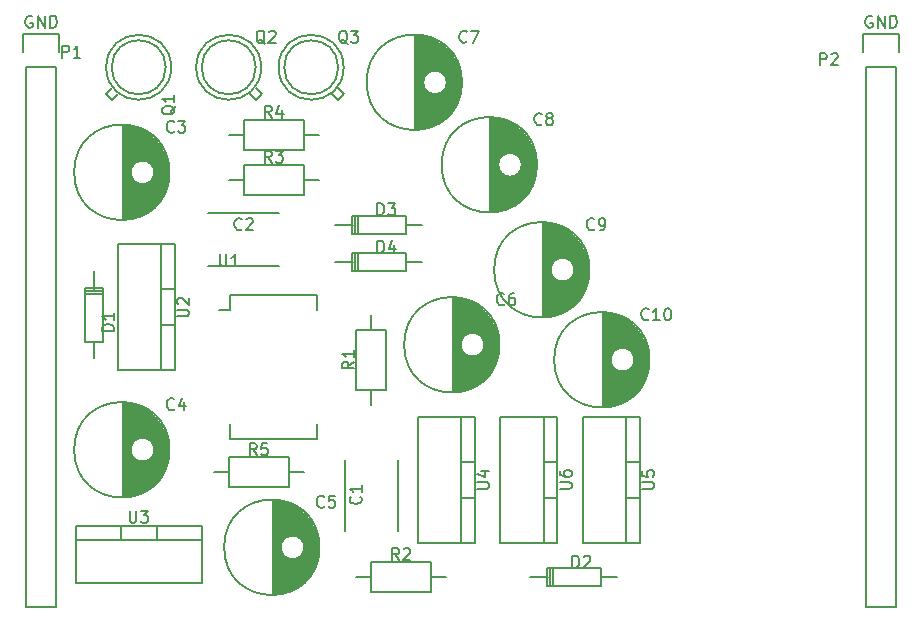
<source format=gbr>
G04 #@! TF.FileFunction,Legend,Top*
%FSLAX46Y46*%
G04 Gerber Fmt 4.6, Leading zero omitted, Abs format (unit mm)*
G04 Created by KiCad (PCBNEW 4.0.3+e1-6302~38~ubuntu16.04.1-stable) date Thu Aug 25 17:21:45 2016*
%MOMM*%
%LPD*%
G01*
G04 APERTURE LIST*
%ADD10C,0.100000*%
%ADD11C,0.150000*%
G04 APERTURE END LIST*
D10*
D11*
X58710000Y-84955000D02*
X58710000Y-78955000D01*
X63210000Y-78955000D02*
X63210000Y-84955000D01*
X47125000Y-58075000D02*
X53125000Y-58075000D01*
X53125000Y-62575000D02*
X47125000Y-62575000D01*
X39925000Y-50611000D02*
X39925000Y-58609000D01*
X40065000Y-50616000D02*
X40065000Y-58604000D01*
X40205000Y-50626000D02*
X40205000Y-58594000D01*
X40345000Y-50641000D02*
X40345000Y-58579000D01*
X40485000Y-50661000D02*
X40485000Y-58559000D01*
X40625000Y-50686000D02*
X40625000Y-54388000D01*
X40625000Y-54832000D02*
X40625000Y-58534000D01*
X40765000Y-50716000D02*
X40765000Y-54060000D01*
X40765000Y-55160000D02*
X40765000Y-58504000D01*
X40905000Y-50752000D02*
X40905000Y-53891000D01*
X40905000Y-55329000D02*
X40905000Y-58468000D01*
X41045000Y-50793000D02*
X41045000Y-53778000D01*
X41045000Y-55442000D02*
X41045000Y-58427000D01*
X41185000Y-50839000D02*
X41185000Y-53700000D01*
X41185000Y-55520000D02*
X41185000Y-58381000D01*
X41325000Y-50892000D02*
X41325000Y-53649000D01*
X41325000Y-55571000D02*
X41325000Y-58328000D01*
X41465000Y-50951000D02*
X41465000Y-53619000D01*
X41465000Y-55601000D02*
X41465000Y-58269000D01*
X41605000Y-51016000D02*
X41605000Y-53610000D01*
X41605000Y-55610000D02*
X41605000Y-58204000D01*
X41745000Y-51087000D02*
X41745000Y-53621000D01*
X41745000Y-55599000D02*
X41745000Y-58133000D01*
X41885000Y-51166000D02*
X41885000Y-53651000D01*
X41885000Y-55569000D02*
X41885000Y-58054000D01*
X42025000Y-51253000D02*
X42025000Y-53705000D01*
X42025000Y-55515000D02*
X42025000Y-57967000D01*
X42165000Y-51348000D02*
X42165000Y-53785000D01*
X42165000Y-55435000D02*
X42165000Y-57872000D01*
X42305000Y-51452000D02*
X42305000Y-53901000D01*
X42305000Y-55319000D02*
X42305000Y-57768000D01*
X42445000Y-51566000D02*
X42445000Y-54075000D01*
X42445000Y-55145000D02*
X42445000Y-57654000D01*
X42585000Y-51691000D02*
X42585000Y-54437000D01*
X42585000Y-54783000D02*
X42585000Y-57529000D01*
X42725000Y-51829000D02*
X42725000Y-57391000D01*
X42865000Y-51981000D02*
X42865000Y-57239000D01*
X43005000Y-52151000D02*
X43005000Y-57069000D01*
X43145000Y-52342000D02*
X43145000Y-56878000D01*
X43285000Y-52560000D02*
X43285000Y-56660000D01*
X43425000Y-52816000D02*
X43425000Y-56404000D01*
X43565000Y-53127000D02*
X43565000Y-56093000D01*
X43705000Y-53543000D02*
X43705000Y-55677000D01*
X43845000Y-54410000D02*
X43845000Y-54810000D01*
X42600000Y-54610000D02*
G75*
G03X42600000Y-54610000I-1000000J0D01*
G01*
X43887500Y-54610000D02*
G75*
G03X43887500Y-54610000I-4037500J0D01*
G01*
X39925000Y-74106000D02*
X39925000Y-82104000D01*
X40065000Y-74111000D02*
X40065000Y-82099000D01*
X40205000Y-74121000D02*
X40205000Y-82089000D01*
X40345000Y-74136000D02*
X40345000Y-82074000D01*
X40485000Y-74156000D02*
X40485000Y-82054000D01*
X40625000Y-74181000D02*
X40625000Y-77883000D01*
X40625000Y-78327000D02*
X40625000Y-82029000D01*
X40765000Y-74211000D02*
X40765000Y-77555000D01*
X40765000Y-78655000D02*
X40765000Y-81999000D01*
X40905000Y-74247000D02*
X40905000Y-77386000D01*
X40905000Y-78824000D02*
X40905000Y-81963000D01*
X41045000Y-74288000D02*
X41045000Y-77273000D01*
X41045000Y-78937000D02*
X41045000Y-81922000D01*
X41185000Y-74334000D02*
X41185000Y-77195000D01*
X41185000Y-79015000D02*
X41185000Y-81876000D01*
X41325000Y-74387000D02*
X41325000Y-77144000D01*
X41325000Y-79066000D02*
X41325000Y-81823000D01*
X41465000Y-74446000D02*
X41465000Y-77114000D01*
X41465000Y-79096000D02*
X41465000Y-81764000D01*
X41605000Y-74511000D02*
X41605000Y-77105000D01*
X41605000Y-79105000D02*
X41605000Y-81699000D01*
X41745000Y-74582000D02*
X41745000Y-77116000D01*
X41745000Y-79094000D02*
X41745000Y-81628000D01*
X41885000Y-74661000D02*
X41885000Y-77146000D01*
X41885000Y-79064000D02*
X41885000Y-81549000D01*
X42025000Y-74748000D02*
X42025000Y-77200000D01*
X42025000Y-79010000D02*
X42025000Y-81462000D01*
X42165000Y-74843000D02*
X42165000Y-77280000D01*
X42165000Y-78930000D02*
X42165000Y-81367000D01*
X42305000Y-74947000D02*
X42305000Y-77396000D01*
X42305000Y-78814000D02*
X42305000Y-81263000D01*
X42445000Y-75061000D02*
X42445000Y-77570000D01*
X42445000Y-78640000D02*
X42445000Y-81149000D01*
X42585000Y-75186000D02*
X42585000Y-77932000D01*
X42585000Y-78278000D02*
X42585000Y-81024000D01*
X42725000Y-75324000D02*
X42725000Y-80886000D01*
X42865000Y-75476000D02*
X42865000Y-80734000D01*
X43005000Y-75646000D02*
X43005000Y-80564000D01*
X43145000Y-75837000D02*
X43145000Y-80373000D01*
X43285000Y-76055000D02*
X43285000Y-80155000D01*
X43425000Y-76311000D02*
X43425000Y-79899000D01*
X43565000Y-76622000D02*
X43565000Y-79588000D01*
X43705000Y-77038000D02*
X43705000Y-79172000D01*
X43845000Y-77905000D02*
X43845000Y-78305000D01*
X42600000Y-78105000D02*
G75*
G03X42600000Y-78105000I-1000000J0D01*
G01*
X43887500Y-78105000D02*
G75*
G03X43887500Y-78105000I-4037500J0D01*
G01*
X52625000Y-82361000D02*
X52625000Y-90359000D01*
X52765000Y-82366000D02*
X52765000Y-90354000D01*
X52905000Y-82376000D02*
X52905000Y-90344000D01*
X53045000Y-82391000D02*
X53045000Y-90329000D01*
X53185000Y-82411000D02*
X53185000Y-90309000D01*
X53325000Y-82436000D02*
X53325000Y-86138000D01*
X53325000Y-86582000D02*
X53325000Y-90284000D01*
X53465000Y-82466000D02*
X53465000Y-85810000D01*
X53465000Y-86910000D02*
X53465000Y-90254000D01*
X53605000Y-82502000D02*
X53605000Y-85641000D01*
X53605000Y-87079000D02*
X53605000Y-90218000D01*
X53745000Y-82543000D02*
X53745000Y-85528000D01*
X53745000Y-87192000D02*
X53745000Y-90177000D01*
X53885000Y-82589000D02*
X53885000Y-85450000D01*
X53885000Y-87270000D02*
X53885000Y-90131000D01*
X54025000Y-82642000D02*
X54025000Y-85399000D01*
X54025000Y-87321000D02*
X54025000Y-90078000D01*
X54165000Y-82701000D02*
X54165000Y-85369000D01*
X54165000Y-87351000D02*
X54165000Y-90019000D01*
X54305000Y-82766000D02*
X54305000Y-85360000D01*
X54305000Y-87360000D02*
X54305000Y-89954000D01*
X54445000Y-82837000D02*
X54445000Y-85371000D01*
X54445000Y-87349000D02*
X54445000Y-89883000D01*
X54585000Y-82916000D02*
X54585000Y-85401000D01*
X54585000Y-87319000D02*
X54585000Y-89804000D01*
X54725000Y-83003000D02*
X54725000Y-85455000D01*
X54725000Y-87265000D02*
X54725000Y-89717000D01*
X54865000Y-83098000D02*
X54865000Y-85535000D01*
X54865000Y-87185000D02*
X54865000Y-89622000D01*
X55005000Y-83202000D02*
X55005000Y-85651000D01*
X55005000Y-87069000D02*
X55005000Y-89518000D01*
X55145000Y-83316000D02*
X55145000Y-85825000D01*
X55145000Y-86895000D02*
X55145000Y-89404000D01*
X55285000Y-83441000D02*
X55285000Y-86187000D01*
X55285000Y-86533000D02*
X55285000Y-89279000D01*
X55425000Y-83579000D02*
X55425000Y-89141000D01*
X55565000Y-83731000D02*
X55565000Y-88989000D01*
X55705000Y-83901000D02*
X55705000Y-88819000D01*
X55845000Y-84092000D02*
X55845000Y-88628000D01*
X55985000Y-84310000D02*
X55985000Y-88410000D01*
X56125000Y-84566000D02*
X56125000Y-88154000D01*
X56265000Y-84877000D02*
X56265000Y-87843000D01*
X56405000Y-85293000D02*
X56405000Y-87427000D01*
X56545000Y-86160000D02*
X56545000Y-86560000D01*
X55300000Y-86360000D02*
G75*
G03X55300000Y-86360000I-1000000J0D01*
G01*
X56587500Y-86360000D02*
G75*
G03X56587500Y-86360000I-4037500J0D01*
G01*
X67865000Y-65216000D02*
X67865000Y-73214000D01*
X68005000Y-65221000D02*
X68005000Y-73209000D01*
X68145000Y-65231000D02*
X68145000Y-73199000D01*
X68285000Y-65246000D02*
X68285000Y-73184000D01*
X68425000Y-65266000D02*
X68425000Y-73164000D01*
X68565000Y-65291000D02*
X68565000Y-68993000D01*
X68565000Y-69437000D02*
X68565000Y-73139000D01*
X68705000Y-65321000D02*
X68705000Y-68665000D01*
X68705000Y-69765000D02*
X68705000Y-73109000D01*
X68845000Y-65357000D02*
X68845000Y-68496000D01*
X68845000Y-69934000D02*
X68845000Y-73073000D01*
X68985000Y-65398000D02*
X68985000Y-68383000D01*
X68985000Y-70047000D02*
X68985000Y-73032000D01*
X69125000Y-65444000D02*
X69125000Y-68305000D01*
X69125000Y-70125000D02*
X69125000Y-72986000D01*
X69265000Y-65497000D02*
X69265000Y-68254000D01*
X69265000Y-70176000D02*
X69265000Y-72933000D01*
X69405000Y-65556000D02*
X69405000Y-68224000D01*
X69405000Y-70206000D02*
X69405000Y-72874000D01*
X69545000Y-65621000D02*
X69545000Y-68215000D01*
X69545000Y-70215000D02*
X69545000Y-72809000D01*
X69685000Y-65692000D02*
X69685000Y-68226000D01*
X69685000Y-70204000D02*
X69685000Y-72738000D01*
X69825000Y-65771000D02*
X69825000Y-68256000D01*
X69825000Y-70174000D02*
X69825000Y-72659000D01*
X69965000Y-65858000D02*
X69965000Y-68310000D01*
X69965000Y-70120000D02*
X69965000Y-72572000D01*
X70105000Y-65953000D02*
X70105000Y-68390000D01*
X70105000Y-70040000D02*
X70105000Y-72477000D01*
X70245000Y-66057000D02*
X70245000Y-68506000D01*
X70245000Y-69924000D02*
X70245000Y-72373000D01*
X70385000Y-66171000D02*
X70385000Y-68680000D01*
X70385000Y-69750000D02*
X70385000Y-72259000D01*
X70525000Y-66296000D02*
X70525000Y-69042000D01*
X70525000Y-69388000D02*
X70525000Y-72134000D01*
X70665000Y-66434000D02*
X70665000Y-71996000D01*
X70805000Y-66586000D02*
X70805000Y-71844000D01*
X70945000Y-66756000D02*
X70945000Y-71674000D01*
X71085000Y-66947000D02*
X71085000Y-71483000D01*
X71225000Y-67165000D02*
X71225000Y-71265000D01*
X71365000Y-67421000D02*
X71365000Y-71009000D01*
X71505000Y-67732000D02*
X71505000Y-70698000D01*
X71645000Y-68148000D02*
X71645000Y-70282000D01*
X71785000Y-69015000D02*
X71785000Y-69415000D01*
X70540000Y-69215000D02*
G75*
G03X70540000Y-69215000I-1000000J0D01*
G01*
X71827500Y-69215000D02*
G75*
G03X71827500Y-69215000I-4037500J0D01*
G01*
X64690000Y-42991000D02*
X64690000Y-50989000D01*
X64830000Y-42996000D02*
X64830000Y-50984000D01*
X64970000Y-43006000D02*
X64970000Y-50974000D01*
X65110000Y-43021000D02*
X65110000Y-50959000D01*
X65250000Y-43041000D02*
X65250000Y-50939000D01*
X65390000Y-43066000D02*
X65390000Y-46768000D01*
X65390000Y-47212000D02*
X65390000Y-50914000D01*
X65530000Y-43096000D02*
X65530000Y-46440000D01*
X65530000Y-47540000D02*
X65530000Y-50884000D01*
X65670000Y-43132000D02*
X65670000Y-46271000D01*
X65670000Y-47709000D02*
X65670000Y-50848000D01*
X65810000Y-43173000D02*
X65810000Y-46158000D01*
X65810000Y-47822000D02*
X65810000Y-50807000D01*
X65950000Y-43219000D02*
X65950000Y-46080000D01*
X65950000Y-47900000D02*
X65950000Y-50761000D01*
X66090000Y-43272000D02*
X66090000Y-46029000D01*
X66090000Y-47951000D02*
X66090000Y-50708000D01*
X66230000Y-43331000D02*
X66230000Y-45999000D01*
X66230000Y-47981000D02*
X66230000Y-50649000D01*
X66370000Y-43396000D02*
X66370000Y-45990000D01*
X66370000Y-47990000D02*
X66370000Y-50584000D01*
X66510000Y-43467000D02*
X66510000Y-46001000D01*
X66510000Y-47979000D02*
X66510000Y-50513000D01*
X66650000Y-43546000D02*
X66650000Y-46031000D01*
X66650000Y-47949000D02*
X66650000Y-50434000D01*
X66790000Y-43633000D02*
X66790000Y-46085000D01*
X66790000Y-47895000D02*
X66790000Y-50347000D01*
X66930000Y-43728000D02*
X66930000Y-46165000D01*
X66930000Y-47815000D02*
X66930000Y-50252000D01*
X67070000Y-43832000D02*
X67070000Y-46281000D01*
X67070000Y-47699000D02*
X67070000Y-50148000D01*
X67210000Y-43946000D02*
X67210000Y-46455000D01*
X67210000Y-47525000D02*
X67210000Y-50034000D01*
X67350000Y-44071000D02*
X67350000Y-46817000D01*
X67350000Y-47163000D02*
X67350000Y-49909000D01*
X67490000Y-44209000D02*
X67490000Y-49771000D01*
X67630000Y-44361000D02*
X67630000Y-49619000D01*
X67770000Y-44531000D02*
X67770000Y-49449000D01*
X67910000Y-44722000D02*
X67910000Y-49258000D01*
X68050000Y-44940000D02*
X68050000Y-49040000D01*
X68190000Y-45196000D02*
X68190000Y-48784000D01*
X68330000Y-45507000D02*
X68330000Y-48473000D01*
X68470000Y-45923000D02*
X68470000Y-48057000D01*
X68610000Y-46790000D02*
X68610000Y-47190000D01*
X67365000Y-46990000D02*
G75*
G03X67365000Y-46990000I-1000000J0D01*
G01*
X68652500Y-46990000D02*
G75*
G03X68652500Y-46990000I-4037500J0D01*
G01*
X71040000Y-49976000D02*
X71040000Y-57974000D01*
X71180000Y-49981000D02*
X71180000Y-57969000D01*
X71320000Y-49991000D02*
X71320000Y-57959000D01*
X71460000Y-50006000D02*
X71460000Y-57944000D01*
X71600000Y-50026000D02*
X71600000Y-57924000D01*
X71740000Y-50051000D02*
X71740000Y-53753000D01*
X71740000Y-54197000D02*
X71740000Y-57899000D01*
X71880000Y-50081000D02*
X71880000Y-53425000D01*
X71880000Y-54525000D02*
X71880000Y-57869000D01*
X72020000Y-50117000D02*
X72020000Y-53256000D01*
X72020000Y-54694000D02*
X72020000Y-57833000D01*
X72160000Y-50158000D02*
X72160000Y-53143000D01*
X72160000Y-54807000D02*
X72160000Y-57792000D01*
X72300000Y-50204000D02*
X72300000Y-53065000D01*
X72300000Y-54885000D02*
X72300000Y-57746000D01*
X72440000Y-50257000D02*
X72440000Y-53014000D01*
X72440000Y-54936000D02*
X72440000Y-57693000D01*
X72580000Y-50316000D02*
X72580000Y-52984000D01*
X72580000Y-54966000D02*
X72580000Y-57634000D01*
X72720000Y-50381000D02*
X72720000Y-52975000D01*
X72720000Y-54975000D02*
X72720000Y-57569000D01*
X72860000Y-50452000D02*
X72860000Y-52986000D01*
X72860000Y-54964000D02*
X72860000Y-57498000D01*
X73000000Y-50531000D02*
X73000000Y-53016000D01*
X73000000Y-54934000D02*
X73000000Y-57419000D01*
X73140000Y-50618000D02*
X73140000Y-53070000D01*
X73140000Y-54880000D02*
X73140000Y-57332000D01*
X73280000Y-50713000D02*
X73280000Y-53150000D01*
X73280000Y-54800000D02*
X73280000Y-57237000D01*
X73420000Y-50817000D02*
X73420000Y-53266000D01*
X73420000Y-54684000D02*
X73420000Y-57133000D01*
X73560000Y-50931000D02*
X73560000Y-53440000D01*
X73560000Y-54510000D02*
X73560000Y-57019000D01*
X73700000Y-51056000D02*
X73700000Y-53802000D01*
X73700000Y-54148000D02*
X73700000Y-56894000D01*
X73840000Y-51194000D02*
X73840000Y-56756000D01*
X73980000Y-51346000D02*
X73980000Y-56604000D01*
X74120000Y-51516000D02*
X74120000Y-56434000D01*
X74260000Y-51707000D02*
X74260000Y-56243000D01*
X74400000Y-51925000D02*
X74400000Y-56025000D01*
X74540000Y-52181000D02*
X74540000Y-55769000D01*
X74680000Y-52492000D02*
X74680000Y-55458000D01*
X74820000Y-52908000D02*
X74820000Y-55042000D01*
X74960000Y-53775000D02*
X74960000Y-54175000D01*
X73715000Y-53975000D02*
G75*
G03X73715000Y-53975000I-1000000J0D01*
G01*
X75002500Y-53975000D02*
G75*
G03X75002500Y-53975000I-4037500J0D01*
G01*
X75485000Y-58866000D02*
X75485000Y-66864000D01*
X75625000Y-58871000D02*
X75625000Y-66859000D01*
X75765000Y-58881000D02*
X75765000Y-66849000D01*
X75905000Y-58896000D02*
X75905000Y-66834000D01*
X76045000Y-58916000D02*
X76045000Y-66814000D01*
X76185000Y-58941000D02*
X76185000Y-62643000D01*
X76185000Y-63087000D02*
X76185000Y-66789000D01*
X76325000Y-58971000D02*
X76325000Y-62315000D01*
X76325000Y-63415000D02*
X76325000Y-66759000D01*
X76465000Y-59007000D02*
X76465000Y-62146000D01*
X76465000Y-63584000D02*
X76465000Y-66723000D01*
X76605000Y-59048000D02*
X76605000Y-62033000D01*
X76605000Y-63697000D02*
X76605000Y-66682000D01*
X76745000Y-59094000D02*
X76745000Y-61955000D01*
X76745000Y-63775000D02*
X76745000Y-66636000D01*
X76885000Y-59147000D02*
X76885000Y-61904000D01*
X76885000Y-63826000D02*
X76885000Y-66583000D01*
X77025000Y-59206000D02*
X77025000Y-61874000D01*
X77025000Y-63856000D02*
X77025000Y-66524000D01*
X77165000Y-59271000D02*
X77165000Y-61865000D01*
X77165000Y-63865000D02*
X77165000Y-66459000D01*
X77305000Y-59342000D02*
X77305000Y-61876000D01*
X77305000Y-63854000D02*
X77305000Y-66388000D01*
X77445000Y-59421000D02*
X77445000Y-61906000D01*
X77445000Y-63824000D02*
X77445000Y-66309000D01*
X77585000Y-59508000D02*
X77585000Y-61960000D01*
X77585000Y-63770000D02*
X77585000Y-66222000D01*
X77725000Y-59603000D02*
X77725000Y-62040000D01*
X77725000Y-63690000D02*
X77725000Y-66127000D01*
X77865000Y-59707000D02*
X77865000Y-62156000D01*
X77865000Y-63574000D02*
X77865000Y-66023000D01*
X78005000Y-59821000D02*
X78005000Y-62330000D01*
X78005000Y-63400000D02*
X78005000Y-65909000D01*
X78145000Y-59946000D02*
X78145000Y-62692000D01*
X78145000Y-63038000D02*
X78145000Y-65784000D01*
X78285000Y-60084000D02*
X78285000Y-65646000D01*
X78425000Y-60236000D02*
X78425000Y-65494000D01*
X78565000Y-60406000D02*
X78565000Y-65324000D01*
X78705000Y-60597000D02*
X78705000Y-65133000D01*
X78845000Y-60815000D02*
X78845000Y-64915000D01*
X78985000Y-61071000D02*
X78985000Y-64659000D01*
X79125000Y-61382000D02*
X79125000Y-64348000D01*
X79265000Y-61798000D02*
X79265000Y-63932000D01*
X79405000Y-62665000D02*
X79405000Y-63065000D01*
X78160000Y-62865000D02*
G75*
G03X78160000Y-62865000I-1000000J0D01*
G01*
X79447500Y-62865000D02*
G75*
G03X79447500Y-62865000I-4037500J0D01*
G01*
X80565000Y-66486000D02*
X80565000Y-74484000D01*
X80705000Y-66491000D02*
X80705000Y-74479000D01*
X80845000Y-66501000D02*
X80845000Y-74469000D01*
X80985000Y-66516000D02*
X80985000Y-74454000D01*
X81125000Y-66536000D02*
X81125000Y-74434000D01*
X81265000Y-66561000D02*
X81265000Y-70263000D01*
X81265000Y-70707000D02*
X81265000Y-74409000D01*
X81405000Y-66591000D02*
X81405000Y-69935000D01*
X81405000Y-71035000D02*
X81405000Y-74379000D01*
X81545000Y-66627000D02*
X81545000Y-69766000D01*
X81545000Y-71204000D02*
X81545000Y-74343000D01*
X81685000Y-66668000D02*
X81685000Y-69653000D01*
X81685000Y-71317000D02*
X81685000Y-74302000D01*
X81825000Y-66714000D02*
X81825000Y-69575000D01*
X81825000Y-71395000D02*
X81825000Y-74256000D01*
X81965000Y-66767000D02*
X81965000Y-69524000D01*
X81965000Y-71446000D02*
X81965000Y-74203000D01*
X82105000Y-66826000D02*
X82105000Y-69494000D01*
X82105000Y-71476000D02*
X82105000Y-74144000D01*
X82245000Y-66891000D02*
X82245000Y-69485000D01*
X82245000Y-71485000D02*
X82245000Y-74079000D01*
X82385000Y-66962000D02*
X82385000Y-69496000D01*
X82385000Y-71474000D02*
X82385000Y-74008000D01*
X82525000Y-67041000D02*
X82525000Y-69526000D01*
X82525000Y-71444000D02*
X82525000Y-73929000D01*
X82665000Y-67128000D02*
X82665000Y-69580000D01*
X82665000Y-71390000D02*
X82665000Y-73842000D01*
X82805000Y-67223000D02*
X82805000Y-69660000D01*
X82805000Y-71310000D02*
X82805000Y-73747000D01*
X82945000Y-67327000D02*
X82945000Y-69776000D01*
X82945000Y-71194000D02*
X82945000Y-73643000D01*
X83085000Y-67441000D02*
X83085000Y-69950000D01*
X83085000Y-71020000D02*
X83085000Y-73529000D01*
X83225000Y-67566000D02*
X83225000Y-70312000D01*
X83225000Y-70658000D02*
X83225000Y-73404000D01*
X83365000Y-67704000D02*
X83365000Y-73266000D01*
X83505000Y-67856000D02*
X83505000Y-73114000D01*
X83645000Y-68026000D02*
X83645000Y-72944000D01*
X83785000Y-68217000D02*
X83785000Y-72753000D01*
X83925000Y-68435000D02*
X83925000Y-72535000D01*
X84065000Y-68691000D02*
X84065000Y-72279000D01*
X84205000Y-69002000D02*
X84205000Y-71968000D01*
X84345000Y-69418000D02*
X84345000Y-71552000D01*
X84485000Y-70285000D02*
X84485000Y-70685000D01*
X83240000Y-70485000D02*
G75*
G03X83240000Y-70485000I-1000000J0D01*
G01*
X84527500Y-70485000D02*
G75*
G03X84527500Y-70485000I-4037500J0D01*
G01*
X37467540Y-68961520D02*
X37467540Y-70358520D01*
X37467540Y-64516520D02*
X37467540Y-62992520D01*
X38229540Y-64897520D02*
X36705540Y-64897520D01*
X38229540Y-64643520D02*
X36705540Y-64643520D01*
X37467540Y-64389520D02*
X36705540Y-64389520D01*
X36705540Y-64389520D02*
X36705540Y-68961520D01*
X36705540Y-68961520D02*
X38229540Y-68961520D01*
X38229540Y-68961520D02*
X38229540Y-64389520D01*
X38229540Y-64389520D02*
X37467540Y-64389520D01*
X80391520Y-88897460D02*
X81788520Y-88897460D01*
X75946520Y-88897460D02*
X74422520Y-88897460D01*
X76327520Y-88135460D02*
X76327520Y-89659460D01*
X76073520Y-88135460D02*
X76073520Y-89659460D01*
X75819520Y-88897460D02*
X75819520Y-89659460D01*
X75819520Y-89659460D02*
X80391520Y-89659460D01*
X80391520Y-89659460D02*
X80391520Y-88135460D01*
X80391520Y-88135460D02*
X75819520Y-88135460D01*
X75819520Y-88135460D02*
X75819520Y-88897460D01*
X63881520Y-59052460D02*
X65278520Y-59052460D01*
X59436520Y-59052460D02*
X57912520Y-59052460D01*
X59817520Y-58290460D02*
X59817520Y-59814460D01*
X59563520Y-58290460D02*
X59563520Y-59814460D01*
X59309520Y-59052460D02*
X59309520Y-59814460D01*
X59309520Y-59814460D02*
X63881520Y-59814460D01*
X63881520Y-59814460D02*
X63881520Y-58290460D01*
X63881520Y-58290460D02*
X59309520Y-58290460D01*
X59309520Y-58290460D02*
X59309520Y-59052460D01*
X63881520Y-62227460D02*
X65278520Y-62227460D01*
X59436520Y-62227460D02*
X57912520Y-62227460D01*
X59817520Y-61465460D02*
X59817520Y-62989460D01*
X59563520Y-61465460D02*
X59563520Y-62989460D01*
X59309520Y-62227460D02*
X59309520Y-62989460D01*
X59309520Y-62989460D02*
X63881520Y-62989460D01*
X63881520Y-62989460D02*
X63881520Y-61465460D01*
X63881520Y-61465460D02*
X59309520Y-61465460D01*
X59309520Y-61465460D02*
X59309520Y-62227460D01*
X38989000Y-48514000D02*
X39497000Y-48006000D01*
X38989000Y-47498000D02*
X38481000Y-48006000D01*
X38481000Y-48006000D02*
X38989000Y-48514000D01*
X43561000Y-45720000D02*
G75*
G03X43561000Y-45720000I-2286000J0D01*
G01*
X44025000Y-45720000D02*
G75*
G03X44025000Y-45720000I-2750000J0D01*
G01*
X51689000Y-48006000D02*
X51181000Y-47498000D01*
X50673000Y-48006000D02*
X51181000Y-48514000D01*
X51181000Y-48514000D02*
X51689000Y-48006000D01*
X51181000Y-45720000D02*
G75*
G03X51181000Y-45720000I-2286000J0D01*
G01*
X51645000Y-45720000D02*
G75*
G03X51645000Y-45720000I-2750000J0D01*
G01*
X58674000Y-48006000D02*
X58166000Y-47498000D01*
X57658000Y-48006000D02*
X58166000Y-48514000D01*
X58166000Y-48514000D02*
X58674000Y-48006000D01*
X58166000Y-45720000D02*
G75*
G03X58166000Y-45720000I-2286000J0D01*
G01*
X58630000Y-45720000D02*
G75*
G03X58630000Y-45720000I-2750000J0D01*
G01*
X59690000Y-73025000D02*
X59690000Y-67945000D01*
X59690000Y-67945000D02*
X62230000Y-67945000D01*
X62230000Y-67945000D02*
X62230000Y-73025000D01*
X62230000Y-73025000D02*
X59690000Y-73025000D01*
X60960000Y-73025000D02*
X60960000Y-74295000D01*
X60960000Y-67945000D02*
X60960000Y-66675000D01*
X60960000Y-87630000D02*
X66040000Y-87630000D01*
X66040000Y-87630000D02*
X66040000Y-90170000D01*
X66040000Y-90170000D02*
X60960000Y-90170000D01*
X60960000Y-90170000D02*
X60960000Y-87630000D01*
X60960000Y-88900000D02*
X59690000Y-88900000D01*
X66040000Y-88900000D02*
X67310000Y-88900000D01*
X50165000Y-53975000D02*
X55245000Y-53975000D01*
X55245000Y-53975000D02*
X55245000Y-56515000D01*
X55245000Y-56515000D02*
X50165000Y-56515000D01*
X50165000Y-56515000D02*
X50165000Y-53975000D01*
X50165000Y-55245000D02*
X48895000Y-55245000D01*
X55245000Y-55245000D02*
X56515000Y-55245000D01*
X50165000Y-50165000D02*
X55245000Y-50165000D01*
X55245000Y-50165000D02*
X55245000Y-52705000D01*
X55245000Y-52705000D02*
X50165000Y-52705000D01*
X50165000Y-52705000D02*
X50165000Y-50165000D01*
X50165000Y-51435000D02*
X48895000Y-51435000D01*
X55245000Y-51435000D02*
X56515000Y-51435000D01*
X48895000Y-78740000D02*
X53975000Y-78740000D01*
X53975000Y-78740000D02*
X53975000Y-81280000D01*
X53975000Y-81280000D02*
X48895000Y-81280000D01*
X48895000Y-81280000D02*
X48895000Y-78740000D01*
X48895000Y-80010000D02*
X47625000Y-80010000D01*
X53975000Y-80010000D02*
X55245000Y-80010000D01*
X49030000Y-65015000D02*
X49030000Y-66285000D01*
X56380000Y-65015000D02*
X56380000Y-66285000D01*
X56380000Y-77225000D02*
X56380000Y-75955000D01*
X49030000Y-77225000D02*
X49030000Y-75955000D01*
X49030000Y-65015000D02*
X56380000Y-65015000D01*
X49030000Y-77225000D02*
X56380000Y-77225000D01*
X49030000Y-66285000D02*
X48095000Y-66285000D01*
X44323000Y-64516000D02*
X43180000Y-64516000D01*
X44323000Y-67564000D02*
X43180000Y-67564000D01*
X43180000Y-71374000D02*
X39497000Y-71374000D01*
X39497000Y-71374000D02*
X39497000Y-60706000D01*
X39497000Y-60706000D02*
X43180000Y-60706000D01*
X44323000Y-71374000D02*
X43180000Y-71374000D01*
X43180000Y-71374000D02*
X43180000Y-60706000D01*
X43180000Y-60706000D02*
X44323000Y-60706000D01*
X44323000Y-66040000D02*
X44323000Y-60706000D01*
X44323000Y-66040000D02*
X44323000Y-71374000D01*
X39751000Y-84582000D02*
X39751000Y-85725000D01*
X42799000Y-84582000D02*
X42799000Y-85725000D01*
X46609000Y-85725000D02*
X46609000Y-89408000D01*
X46609000Y-89408000D02*
X35941000Y-89408000D01*
X35941000Y-89408000D02*
X35941000Y-85725000D01*
X46609000Y-84582000D02*
X46609000Y-85725000D01*
X46609000Y-85725000D02*
X35941000Y-85725000D01*
X35941000Y-85725000D02*
X35941000Y-84582000D01*
X41275000Y-84582000D02*
X35941000Y-84582000D01*
X41275000Y-84582000D02*
X46609000Y-84582000D01*
X69723000Y-79121000D02*
X68580000Y-79121000D01*
X69723000Y-82169000D02*
X68580000Y-82169000D01*
X68580000Y-85979000D02*
X64897000Y-85979000D01*
X64897000Y-85979000D02*
X64897000Y-75311000D01*
X64897000Y-75311000D02*
X68580000Y-75311000D01*
X69723000Y-85979000D02*
X68580000Y-85979000D01*
X68580000Y-85979000D02*
X68580000Y-75311000D01*
X68580000Y-75311000D02*
X69723000Y-75311000D01*
X69723000Y-80645000D02*
X69723000Y-75311000D01*
X69723000Y-80645000D02*
X69723000Y-85979000D01*
X83693000Y-79121000D02*
X82550000Y-79121000D01*
X83693000Y-82169000D02*
X82550000Y-82169000D01*
X82550000Y-85979000D02*
X78867000Y-85979000D01*
X78867000Y-85979000D02*
X78867000Y-75311000D01*
X78867000Y-75311000D02*
X82550000Y-75311000D01*
X83693000Y-85979000D02*
X82550000Y-85979000D01*
X82550000Y-85979000D02*
X82550000Y-75311000D01*
X82550000Y-75311000D02*
X83693000Y-75311000D01*
X83693000Y-80645000D02*
X83693000Y-75311000D01*
X83693000Y-80645000D02*
X83693000Y-85979000D01*
X76708000Y-79121000D02*
X75565000Y-79121000D01*
X76708000Y-82169000D02*
X75565000Y-82169000D01*
X75565000Y-85979000D02*
X71882000Y-85979000D01*
X71882000Y-85979000D02*
X71882000Y-75311000D01*
X71882000Y-75311000D02*
X75565000Y-75311000D01*
X76708000Y-85979000D02*
X75565000Y-85979000D01*
X75565000Y-85979000D02*
X75565000Y-75311000D01*
X75565000Y-75311000D02*
X76708000Y-75311000D01*
X76708000Y-80645000D02*
X76708000Y-75311000D01*
X76708000Y-80645000D02*
X76708000Y-85979000D01*
X102870000Y-45720000D02*
X102870000Y-91440000D01*
X102870000Y-91440000D02*
X105410000Y-91440000D01*
X105410000Y-91440000D02*
X105410000Y-45720000D01*
X102590000Y-42900000D02*
X102590000Y-44450000D01*
X102870000Y-45720000D02*
X105410000Y-45720000D01*
X105690000Y-44450000D02*
X105690000Y-42900000D01*
X105690000Y-42900000D02*
X102590000Y-42900000D01*
X31750000Y-45720000D02*
X31750000Y-91440000D01*
X31750000Y-91440000D02*
X34290000Y-91440000D01*
X34290000Y-91440000D02*
X34290000Y-45720000D01*
X31470000Y-42900000D02*
X31470000Y-44450000D01*
X31750000Y-45720000D02*
X34290000Y-45720000D01*
X34570000Y-44450000D02*
X34570000Y-42900000D01*
X34570000Y-42900000D02*
X31470000Y-42900000D01*
X60047143Y-82081666D02*
X60094762Y-82129285D01*
X60142381Y-82272142D01*
X60142381Y-82367380D01*
X60094762Y-82510238D01*
X59999524Y-82605476D01*
X59904286Y-82653095D01*
X59713810Y-82700714D01*
X59570952Y-82700714D01*
X59380476Y-82653095D01*
X59285238Y-82605476D01*
X59190000Y-82510238D01*
X59142381Y-82367380D01*
X59142381Y-82272142D01*
X59190000Y-82129285D01*
X59237619Y-82081666D01*
X60142381Y-81129285D02*
X60142381Y-81700714D01*
X60142381Y-81415000D02*
X59142381Y-81415000D01*
X59285238Y-81510238D01*
X59380476Y-81605476D01*
X59428095Y-81700714D01*
X49998334Y-59412143D02*
X49950715Y-59459762D01*
X49807858Y-59507381D01*
X49712620Y-59507381D01*
X49569762Y-59459762D01*
X49474524Y-59364524D01*
X49426905Y-59269286D01*
X49379286Y-59078810D01*
X49379286Y-58935952D01*
X49426905Y-58745476D01*
X49474524Y-58650238D01*
X49569762Y-58555000D01*
X49712620Y-58507381D01*
X49807858Y-58507381D01*
X49950715Y-58555000D01*
X49998334Y-58602619D01*
X50379286Y-58602619D02*
X50426905Y-58555000D01*
X50522143Y-58507381D01*
X50760239Y-58507381D01*
X50855477Y-58555000D01*
X50903096Y-58602619D01*
X50950715Y-58697857D01*
X50950715Y-58793095D01*
X50903096Y-58935952D01*
X50331667Y-59507381D01*
X50950715Y-59507381D01*
X44283334Y-51157143D02*
X44235715Y-51204762D01*
X44092858Y-51252381D01*
X43997620Y-51252381D01*
X43854762Y-51204762D01*
X43759524Y-51109524D01*
X43711905Y-51014286D01*
X43664286Y-50823810D01*
X43664286Y-50680952D01*
X43711905Y-50490476D01*
X43759524Y-50395238D01*
X43854762Y-50300000D01*
X43997620Y-50252381D01*
X44092858Y-50252381D01*
X44235715Y-50300000D01*
X44283334Y-50347619D01*
X44616667Y-50252381D02*
X45235715Y-50252381D01*
X44902381Y-50633333D01*
X45045239Y-50633333D01*
X45140477Y-50680952D01*
X45188096Y-50728571D01*
X45235715Y-50823810D01*
X45235715Y-51061905D01*
X45188096Y-51157143D01*
X45140477Y-51204762D01*
X45045239Y-51252381D01*
X44759524Y-51252381D01*
X44664286Y-51204762D01*
X44616667Y-51157143D01*
X44283334Y-74652143D02*
X44235715Y-74699762D01*
X44092858Y-74747381D01*
X43997620Y-74747381D01*
X43854762Y-74699762D01*
X43759524Y-74604524D01*
X43711905Y-74509286D01*
X43664286Y-74318810D01*
X43664286Y-74175952D01*
X43711905Y-73985476D01*
X43759524Y-73890238D01*
X43854762Y-73795000D01*
X43997620Y-73747381D01*
X44092858Y-73747381D01*
X44235715Y-73795000D01*
X44283334Y-73842619D01*
X45140477Y-74080714D02*
X45140477Y-74747381D01*
X44902381Y-73699762D02*
X44664286Y-74414048D01*
X45283334Y-74414048D01*
X56983334Y-82907143D02*
X56935715Y-82954762D01*
X56792858Y-83002381D01*
X56697620Y-83002381D01*
X56554762Y-82954762D01*
X56459524Y-82859524D01*
X56411905Y-82764286D01*
X56364286Y-82573810D01*
X56364286Y-82430952D01*
X56411905Y-82240476D01*
X56459524Y-82145238D01*
X56554762Y-82050000D01*
X56697620Y-82002381D01*
X56792858Y-82002381D01*
X56935715Y-82050000D01*
X56983334Y-82097619D01*
X57888096Y-82002381D02*
X57411905Y-82002381D01*
X57364286Y-82478571D01*
X57411905Y-82430952D01*
X57507143Y-82383333D01*
X57745239Y-82383333D01*
X57840477Y-82430952D01*
X57888096Y-82478571D01*
X57935715Y-82573810D01*
X57935715Y-82811905D01*
X57888096Y-82907143D01*
X57840477Y-82954762D01*
X57745239Y-83002381D01*
X57507143Y-83002381D01*
X57411905Y-82954762D01*
X57364286Y-82907143D01*
X72223334Y-65762143D02*
X72175715Y-65809762D01*
X72032858Y-65857381D01*
X71937620Y-65857381D01*
X71794762Y-65809762D01*
X71699524Y-65714524D01*
X71651905Y-65619286D01*
X71604286Y-65428810D01*
X71604286Y-65285952D01*
X71651905Y-65095476D01*
X71699524Y-65000238D01*
X71794762Y-64905000D01*
X71937620Y-64857381D01*
X72032858Y-64857381D01*
X72175715Y-64905000D01*
X72223334Y-64952619D01*
X73080477Y-64857381D02*
X72890000Y-64857381D01*
X72794762Y-64905000D01*
X72747143Y-64952619D01*
X72651905Y-65095476D01*
X72604286Y-65285952D01*
X72604286Y-65666905D01*
X72651905Y-65762143D01*
X72699524Y-65809762D01*
X72794762Y-65857381D01*
X72985239Y-65857381D01*
X73080477Y-65809762D01*
X73128096Y-65762143D01*
X73175715Y-65666905D01*
X73175715Y-65428810D01*
X73128096Y-65333571D01*
X73080477Y-65285952D01*
X72985239Y-65238333D01*
X72794762Y-65238333D01*
X72699524Y-65285952D01*
X72651905Y-65333571D01*
X72604286Y-65428810D01*
X69048334Y-43537143D02*
X69000715Y-43584762D01*
X68857858Y-43632381D01*
X68762620Y-43632381D01*
X68619762Y-43584762D01*
X68524524Y-43489524D01*
X68476905Y-43394286D01*
X68429286Y-43203810D01*
X68429286Y-43060952D01*
X68476905Y-42870476D01*
X68524524Y-42775238D01*
X68619762Y-42680000D01*
X68762620Y-42632381D01*
X68857858Y-42632381D01*
X69000715Y-42680000D01*
X69048334Y-42727619D01*
X69381667Y-42632381D02*
X70048334Y-42632381D01*
X69619762Y-43632381D01*
X75398334Y-50522143D02*
X75350715Y-50569762D01*
X75207858Y-50617381D01*
X75112620Y-50617381D01*
X74969762Y-50569762D01*
X74874524Y-50474524D01*
X74826905Y-50379286D01*
X74779286Y-50188810D01*
X74779286Y-50045952D01*
X74826905Y-49855476D01*
X74874524Y-49760238D01*
X74969762Y-49665000D01*
X75112620Y-49617381D01*
X75207858Y-49617381D01*
X75350715Y-49665000D01*
X75398334Y-49712619D01*
X75969762Y-50045952D02*
X75874524Y-49998333D01*
X75826905Y-49950714D01*
X75779286Y-49855476D01*
X75779286Y-49807857D01*
X75826905Y-49712619D01*
X75874524Y-49665000D01*
X75969762Y-49617381D01*
X76160239Y-49617381D01*
X76255477Y-49665000D01*
X76303096Y-49712619D01*
X76350715Y-49807857D01*
X76350715Y-49855476D01*
X76303096Y-49950714D01*
X76255477Y-49998333D01*
X76160239Y-50045952D01*
X75969762Y-50045952D01*
X75874524Y-50093571D01*
X75826905Y-50141190D01*
X75779286Y-50236429D01*
X75779286Y-50426905D01*
X75826905Y-50522143D01*
X75874524Y-50569762D01*
X75969762Y-50617381D01*
X76160239Y-50617381D01*
X76255477Y-50569762D01*
X76303096Y-50522143D01*
X76350715Y-50426905D01*
X76350715Y-50236429D01*
X76303096Y-50141190D01*
X76255477Y-50093571D01*
X76160239Y-50045952D01*
X79843334Y-59412143D02*
X79795715Y-59459762D01*
X79652858Y-59507381D01*
X79557620Y-59507381D01*
X79414762Y-59459762D01*
X79319524Y-59364524D01*
X79271905Y-59269286D01*
X79224286Y-59078810D01*
X79224286Y-58935952D01*
X79271905Y-58745476D01*
X79319524Y-58650238D01*
X79414762Y-58555000D01*
X79557620Y-58507381D01*
X79652858Y-58507381D01*
X79795715Y-58555000D01*
X79843334Y-58602619D01*
X80319524Y-59507381D02*
X80510000Y-59507381D01*
X80605239Y-59459762D01*
X80652858Y-59412143D01*
X80748096Y-59269286D01*
X80795715Y-59078810D01*
X80795715Y-58697857D01*
X80748096Y-58602619D01*
X80700477Y-58555000D01*
X80605239Y-58507381D01*
X80414762Y-58507381D01*
X80319524Y-58555000D01*
X80271905Y-58602619D01*
X80224286Y-58697857D01*
X80224286Y-58935952D01*
X80271905Y-59031190D01*
X80319524Y-59078810D01*
X80414762Y-59126429D01*
X80605239Y-59126429D01*
X80700477Y-59078810D01*
X80748096Y-59031190D01*
X80795715Y-58935952D01*
X84447143Y-67032143D02*
X84399524Y-67079762D01*
X84256667Y-67127381D01*
X84161429Y-67127381D01*
X84018571Y-67079762D01*
X83923333Y-66984524D01*
X83875714Y-66889286D01*
X83828095Y-66698810D01*
X83828095Y-66555952D01*
X83875714Y-66365476D01*
X83923333Y-66270238D01*
X84018571Y-66175000D01*
X84161429Y-66127381D01*
X84256667Y-66127381D01*
X84399524Y-66175000D01*
X84447143Y-66222619D01*
X85399524Y-67127381D02*
X84828095Y-67127381D01*
X85113809Y-67127381D02*
X85113809Y-66127381D01*
X85018571Y-66270238D01*
X84923333Y-66365476D01*
X84828095Y-66413095D01*
X86018571Y-66127381D02*
X86113810Y-66127381D01*
X86209048Y-66175000D01*
X86256667Y-66222619D01*
X86304286Y-66317857D01*
X86351905Y-66508333D01*
X86351905Y-66746429D01*
X86304286Y-66936905D01*
X86256667Y-67032143D01*
X86209048Y-67079762D01*
X86113810Y-67127381D01*
X86018571Y-67127381D01*
X85923333Y-67079762D01*
X85875714Y-67032143D01*
X85828095Y-66936905D01*
X85780476Y-66746429D01*
X85780476Y-66508333D01*
X85828095Y-66317857D01*
X85875714Y-66222619D01*
X85923333Y-66175000D01*
X86018571Y-66127381D01*
X39187381Y-68048095D02*
X38187381Y-68048095D01*
X38187381Y-67810000D01*
X38235000Y-67667142D01*
X38330238Y-67571904D01*
X38425476Y-67524285D01*
X38615952Y-67476666D01*
X38758810Y-67476666D01*
X38949286Y-67524285D01*
X39044524Y-67571904D01*
X39139762Y-67667142D01*
X39187381Y-67810000D01*
X39187381Y-68048095D01*
X39187381Y-66524285D02*
X39187381Y-67095714D01*
X39187381Y-66810000D02*
X38187381Y-66810000D01*
X38330238Y-66905238D01*
X38425476Y-67000476D01*
X38473095Y-67095714D01*
X78001905Y-88082381D02*
X78001905Y-87082381D01*
X78240000Y-87082381D01*
X78382858Y-87130000D01*
X78478096Y-87225238D01*
X78525715Y-87320476D01*
X78573334Y-87510952D01*
X78573334Y-87653810D01*
X78525715Y-87844286D01*
X78478096Y-87939524D01*
X78382858Y-88034762D01*
X78240000Y-88082381D01*
X78001905Y-88082381D01*
X78954286Y-87177619D02*
X79001905Y-87130000D01*
X79097143Y-87082381D01*
X79335239Y-87082381D01*
X79430477Y-87130000D01*
X79478096Y-87177619D01*
X79525715Y-87272857D01*
X79525715Y-87368095D01*
X79478096Y-87510952D01*
X78906667Y-88082381D01*
X79525715Y-88082381D01*
X61491905Y-58237381D02*
X61491905Y-57237381D01*
X61730000Y-57237381D01*
X61872858Y-57285000D01*
X61968096Y-57380238D01*
X62015715Y-57475476D01*
X62063334Y-57665952D01*
X62063334Y-57808810D01*
X62015715Y-57999286D01*
X61968096Y-58094524D01*
X61872858Y-58189762D01*
X61730000Y-58237381D01*
X61491905Y-58237381D01*
X62396667Y-57237381D02*
X63015715Y-57237381D01*
X62682381Y-57618333D01*
X62825239Y-57618333D01*
X62920477Y-57665952D01*
X62968096Y-57713571D01*
X63015715Y-57808810D01*
X63015715Y-58046905D01*
X62968096Y-58142143D01*
X62920477Y-58189762D01*
X62825239Y-58237381D01*
X62539524Y-58237381D01*
X62444286Y-58189762D01*
X62396667Y-58142143D01*
X61491905Y-61412381D02*
X61491905Y-60412381D01*
X61730000Y-60412381D01*
X61872858Y-60460000D01*
X61968096Y-60555238D01*
X62015715Y-60650476D01*
X62063334Y-60840952D01*
X62063334Y-60983810D01*
X62015715Y-61174286D01*
X61968096Y-61269524D01*
X61872858Y-61364762D01*
X61730000Y-61412381D01*
X61491905Y-61412381D01*
X62920477Y-60745714D02*
X62920477Y-61412381D01*
X62682381Y-60364762D02*
X62444286Y-61079048D01*
X63063334Y-61079048D01*
X44362619Y-48990238D02*
X44315000Y-49085476D01*
X44219762Y-49180714D01*
X44076905Y-49323571D01*
X44029286Y-49418810D01*
X44029286Y-49514048D01*
X44267381Y-49466429D02*
X44219762Y-49561667D01*
X44124524Y-49656905D01*
X43934048Y-49704524D01*
X43600714Y-49704524D01*
X43410238Y-49656905D01*
X43315000Y-49561667D01*
X43267381Y-49466429D01*
X43267381Y-49275952D01*
X43315000Y-49180714D01*
X43410238Y-49085476D01*
X43600714Y-49037857D01*
X43934048Y-49037857D01*
X44124524Y-49085476D01*
X44219762Y-49180714D01*
X44267381Y-49275952D01*
X44267381Y-49466429D01*
X44267381Y-48085476D02*
X44267381Y-48656905D01*
X44267381Y-48371191D02*
X43267381Y-48371191D01*
X43410238Y-48466429D01*
X43505476Y-48561667D01*
X43553095Y-48656905D01*
X51974762Y-43727619D02*
X51879524Y-43680000D01*
X51784286Y-43584762D01*
X51641429Y-43441905D01*
X51546190Y-43394286D01*
X51450952Y-43394286D01*
X51498571Y-43632381D02*
X51403333Y-43584762D01*
X51308095Y-43489524D01*
X51260476Y-43299048D01*
X51260476Y-42965714D01*
X51308095Y-42775238D01*
X51403333Y-42680000D01*
X51498571Y-42632381D01*
X51689048Y-42632381D01*
X51784286Y-42680000D01*
X51879524Y-42775238D01*
X51927143Y-42965714D01*
X51927143Y-43299048D01*
X51879524Y-43489524D01*
X51784286Y-43584762D01*
X51689048Y-43632381D01*
X51498571Y-43632381D01*
X52308095Y-42727619D02*
X52355714Y-42680000D01*
X52450952Y-42632381D01*
X52689048Y-42632381D01*
X52784286Y-42680000D01*
X52831905Y-42727619D01*
X52879524Y-42822857D01*
X52879524Y-42918095D01*
X52831905Y-43060952D01*
X52260476Y-43632381D01*
X52879524Y-43632381D01*
X58959762Y-43727619D02*
X58864524Y-43680000D01*
X58769286Y-43584762D01*
X58626429Y-43441905D01*
X58531190Y-43394286D01*
X58435952Y-43394286D01*
X58483571Y-43632381D02*
X58388333Y-43584762D01*
X58293095Y-43489524D01*
X58245476Y-43299048D01*
X58245476Y-42965714D01*
X58293095Y-42775238D01*
X58388333Y-42680000D01*
X58483571Y-42632381D01*
X58674048Y-42632381D01*
X58769286Y-42680000D01*
X58864524Y-42775238D01*
X58912143Y-42965714D01*
X58912143Y-43299048D01*
X58864524Y-43489524D01*
X58769286Y-43584762D01*
X58674048Y-43632381D01*
X58483571Y-43632381D01*
X59245476Y-42632381D02*
X59864524Y-42632381D01*
X59531190Y-43013333D01*
X59674048Y-43013333D01*
X59769286Y-43060952D01*
X59816905Y-43108571D01*
X59864524Y-43203810D01*
X59864524Y-43441905D01*
X59816905Y-43537143D01*
X59769286Y-43584762D01*
X59674048Y-43632381D01*
X59388333Y-43632381D01*
X59293095Y-43584762D01*
X59245476Y-43537143D01*
X59507381Y-70651666D02*
X59031190Y-70985000D01*
X59507381Y-71223095D02*
X58507381Y-71223095D01*
X58507381Y-70842142D01*
X58555000Y-70746904D01*
X58602619Y-70699285D01*
X58697857Y-70651666D01*
X58840714Y-70651666D01*
X58935952Y-70699285D01*
X58983571Y-70746904D01*
X59031190Y-70842142D01*
X59031190Y-71223095D01*
X59507381Y-69699285D02*
X59507381Y-70270714D01*
X59507381Y-69985000D02*
X58507381Y-69985000D01*
X58650238Y-70080238D01*
X58745476Y-70175476D01*
X58793095Y-70270714D01*
X63333334Y-87447381D02*
X63000000Y-86971190D01*
X62761905Y-87447381D02*
X62761905Y-86447381D01*
X63142858Y-86447381D01*
X63238096Y-86495000D01*
X63285715Y-86542619D01*
X63333334Y-86637857D01*
X63333334Y-86780714D01*
X63285715Y-86875952D01*
X63238096Y-86923571D01*
X63142858Y-86971190D01*
X62761905Y-86971190D01*
X63714286Y-86542619D02*
X63761905Y-86495000D01*
X63857143Y-86447381D01*
X64095239Y-86447381D01*
X64190477Y-86495000D01*
X64238096Y-86542619D01*
X64285715Y-86637857D01*
X64285715Y-86733095D01*
X64238096Y-86875952D01*
X63666667Y-87447381D01*
X64285715Y-87447381D01*
X52538334Y-53792381D02*
X52205000Y-53316190D01*
X51966905Y-53792381D02*
X51966905Y-52792381D01*
X52347858Y-52792381D01*
X52443096Y-52840000D01*
X52490715Y-52887619D01*
X52538334Y-52982857D01*
X52538334Y-53125714D01*
X52490715Y-53220952D01*
X52443096Y-53268571D01*
X52347858Y-53316190D01*
X51966905Y-53316190D01*
X52871667Y-52792381D02*
X53490715Y-52792381D01*
X53157381Y-53173333D01*
X53300239Y-53173333D01*
X53395477Y-53220952D01*
X53443096Y-53268571D01*
X53490715Y-53363810D01*
X53490715Y-53601905D01*
X53443096Y-53697143D01*
X53395477Y-53744762D01*
X53300239Y-53792381D01*
X53014524Y-53792381D01*
X52919286Y-53744762D01*
X52871667Y-53697143D01*
X52538334Y-49982381D02*
X52205000Y-49506190D01*
X51966905Y-49982381D02*
X51966905Y-48982381D01*
X52347858Y-48982381D01*
X52443096Y-49030000D01*
X52490715Y-49077619D01*
X52538334Y-49172857D01*
X52538334Y-49315714D01*
X52490715Y-49410952D01*
X52443096Y-49458571D01*
X52347858Y-49506190D01*
X51966905Y-49506190D01*
X53395477Y-49315714D02*
X53395477Y-49982381D01*
X53157381Y-48934762D02*
X52919286Y-49649048D01*
X53538334Y-49649048D01*
X51268334Y-78557381D02*
X50935000Y-78081190D01*
X50696905Y-78557381D02*
X50696905Y-77557381D01*
X51077858Y-77557381D01*
X51173096Y-77605000D01*
X51220715Y-77652619D01*
X51268334Y-77747857D01*
X51268334Y-77890714D01*
X51220715Y-77985952D01*
X51173096Y-78033571D01*
X51077858Y-78081190D01*
X50696905Y-78081190D01*
X52173096Y-77557381D02*
X51696905Y-77557381D01*
X51649286Y-78033571D01*
X51696905Y-77985952D01*
X51792143Y-77938333D01*
X52030239Y-77938333D01*
X52125477Y-77985952D01*
X52173096Y-78033571D01*
X52220715Y-78128810D01*
X52220715Y-78366905D01*
X52173096Y-78462143D01*
X52125477Y-78509762D01*
X52030239Y-78557381D01*
X51792143Y-78557381D01*
X51696905Y-78509762D01*
X51649286Y-78462143D01*
X48133095Y-61542381D02*
X48133095Y-62351905D01*
X48180714Y-62447143D01*
X48228333Y-62494762D01*
X48323571Y-62542381D01*
X48514048Y-62542381D01*
X48609286Y-62494762D01*
X48656905Y-62447143D01*
X48704524Y-62351905D01*
X48704524Y-61542381D01*
X49704524Y-62542381D02*
X49133095Y-62542381D01*
X49418809Y-62542381D02*
X49418809Y-61542381D01*
X49323571Y-61685238D01*
X49228333Y-61780476D01*
X49133095Y-61828095D01*
X44537381Y-66801905D02*
X45346905Y-66801905D01*
X45442143Y-66754286D01*
X45489762Y-66706667D01*
X45537381Y-66611429D01*
X45537381Y-66420952D01*
X45489762Y-66325714D01*
X45442143Y-66278095D01*
X45346905Y-66230476D01*
X44537381Y-66230476D01*
X44632619Y-65801905D02*
X44585000Y-65754286D01*
X44537381Y-65659048D01*
X44537381Y-65420952D01*
X44585000Y-65325714D01*
X44632619Y-65278095D01*
X44727857Y-65230476D01*
X44823095Y-65230476D01*
X44965952Y-65278095D01*
X45537381Y-65849524D01*
X45537381Y-65230476D01*
X40513095Y-83272381D02*
X40513095Y-84081905D01*
X40560714Y-84177143D01*
X40608333Y-84224762D01*
X40703571Y-84272381D01*
X40894048Y-84272381D01*
X40989286Y-84224762D01*
X41036905Y-84177143D01*
X41084524Y-84081905D01*
X41084524Y-83272381D01*
X41465476Y-83272381D02*
X42084524Y-83272381D01*
X41751190Y-83653333D01*
X41894048Y-83653333D01*
X41989286Y-83700952D01*
X42036905Y-83748571D01*
X42084524Y-83843810D01*
X42084524Y-84081905D01*
X42036905Y-84177143D01*
X41989286Y-84224762D01*
X41894048Y-84272381D01*
X41608333Y-84272381D01*
X41513095Y-84224762D01*
X41465476Y-84177143D01*
X69937381Y-81406905D02*
X70746905Y-81406905D01*
X70842143Y-81359286D01*
X70889762Y-81311667D01*
X70937381Y-81216429D01*
X70937381Y-81025952D01*
X70889762Y-80930714D01*
X70842143Y-80883095D01*
X70746905Y-80835476D01*
X69937381Y-80835476D01*
X70270714Y-79930714D02*
X70937381Y-79930714D01*
X69889762Y-80168810D02*
X70604048Y-80406905D01*
X70604048Y-79787857D01*
X83907381Y-81406905D02*
X84716905Y-81406905D01*
X84812143Y-81359286D01*
X84859762Y-81311667D01*
X84907381Y-81216429D01*
X84907381Y-81025952D01*
X84859762Y-80930714D01*
X84812143Y-80883095D01*
X84716905Y-80835476D01*
X83907381Y-80835476D01*
X83907381Y-79883095D02*
X83907381Y-80359286D01*
X84383571Y-80406905D01*
X84335952Y-80359286D01*
X84288333Y-80264048D01*
X84288333Y-80025952D01*
X84335952Y-79930714D01*
X84383571Y-79883095D01*
X84478810Y-79835476D01*
X84716905Y-79835476D01*
X84812143Y-79883095D01*
X84859762Y-79930714D01*
X84907381Y-80025952D01*
X84907381Y-80264048D01*
X84859762Y-80359286D01*
X84812143Y-80406905D01*
X76922381Y-81406905D02*
X77731905Y-81406905D01*
X77827143Y-81359286D01*
X77874762Y-81311667D01*
X77922381Y-81216429D01*
X77922381Y-81025952D01*
X77874762Y-80930714D01*
X77827143Y-80883095D01*
X77731905Y-80835476D01*
X76922381Y-80835476D01*
X76922381Y-79930714D02*
X76922381Y-80121191D01*
X76970000Y-80216429D01*
X77017619Y-80264048D01*
X77160476Y-80359286D01*
X77350952Y-80406905D01*
X77731905Y-80406905D01*
X77827143Y-80359286D01*
X77874762Y-80311667D01*
X77922381Y-80216429D01*
X77922381Y-80025952D01*
X77874762Y-79930714D01*
X77827143Y-79883095D01*
X77731905Y-79835476D01*
X77493810Y-79835476D01*
X77398571Y-79883095D01*
X77350952Y-79930714D01*
X77303333Y-80025952D01*
X77303333Y-80216429D01*
X77350952Y-80311667D01*
X77398571Y-80359286D01*
X77493810Y-80406905D01*
X98956905Y-45537381D02*
X98956905Y-44537381D01*
X99337858Y-44537381D01*
X99433096Y-44585000D01*
X99480715Y-44632619D01*
X99528334Y-44727857D01*
X99528334Y-44870714D01*
X99480715Y-44965952D01*
X99433096Y-45013571D01*
X99337858Y-45061190D01*
X98956905Y-45061190D01*
X99909286Y-44632619D02*
X99956905Y-44585000D01*
X100052143Y-44537381D01*
X100290239Y-44537381D01*
X100385477Y-44585000D01*
X100433096Y-44632619D01*
X100480715Y-44727857D01*
X100480715Y-44823095D01*
X100433096Y-44965952D01*
X99861667Y-45537381D01*
X100480715Y-45537381D01*
X103378096Y-41410000D02*
X103282858Y-41362381D01*
X103140001Y-41362381D01*
X102997143Y-41410000D01*
X102901905Y-41505238D01*
X102854286Y-41600476D01*
X102806667Y-41790952D01*
X102806667Y-41933810D01*
X102854286Y-42124286D01*
X102901905Y-42219524D01*
X102997143Y-42314762D01*
X103140001Y-42362381D01*
X103235239Y-42362381D01*
X103378096Y-42314762D01*
X103425715Y-42267143D01*
X103425715Y-41933810D01*
X103235239Y-41933810D01*
X103854286Y-42362381D02*
X103854286Y-41362381D01*
X104425715Y-42362381D01*
X104425715Y-41362381D01*
X104901905Y-42362381D02*
X104901905Y-41362381D01*
X105140000Y-41362381D01*
X105282858Y-41410000D01*
X105378096Y-41505238D01*
X105425715Y-41600476D01*
X105473334Y-41790952D01*
X105473334Y-41933810D01*
X105425715Y-42124286D01*
X105378096Y-42219524D01*
X105282858Y-42314762D01*
X105140000Y-42362381D01*
X104901905Y-42362381D01*
X34821905Y-44902381D02*
X34821905Y-43902381D01*
X35202858Y-43902381D01*
X35298096Y-43950000D01*
X35345715Y-43997619D01*
X35393334Y-44092857D01*
X35393334Y-44235714D01*
X35345715Y-44330952D01*
X35298096Y-44378571D01*
X35202858Y-44426190D01*
X34821905Y-44426190D01*
X36345715Y-44902381D02*
X35774286Y-44902381D01*
X36060000Y-44902381D02*
X36060000Y-43902381D01*
X35964762Y-44045238D01*
X35869524Y-44140476D01*
X35774286Y-44188095D01*
X32258096Y-41410000D02*
X32162858Y-41362381D01*
X32020001Y-41362381D01*
X31877143Y-41410000D01*
X31781905Y-41505238D01*
X31734286Y-41600476D01*
X31686667Y-41790952D01*
X31686667Y-41933810D01*
X31734286Y-42124286D01*
X31781905Y-42219524D01*
X31877143Y-42314762D01*
X32020001Y-42362381D01*
X32115239Y-42362381D01*
X32258096Y-42314762D01*
X32305715Y-42267143D01*
X32305715Y-41933810D01*
X32115239Y-41933810D01*
X32734286Y-42362381D02*
X32734286Y-41362381D01*
X33305715Y-42362381D01*
X33305715Y-41362381D01*
X33781905Y-42362381D02*
X33781905Y-41362381D01*
X34020000Y-41362381D01*
X34162858Y-41410000D01*
X34258096Y-41505238D01*
X34305715Y-41600476D01*
X34353334Y-41790952D01*
X34353334Y-41933810D01*
X34305715Y-42124286D01*
X34258096Y-42219524D01*
X34162858Y-42314762D01*
X34020000Y-42362381D01*
X33781905Y-42362381D01*
M02*

</source>
